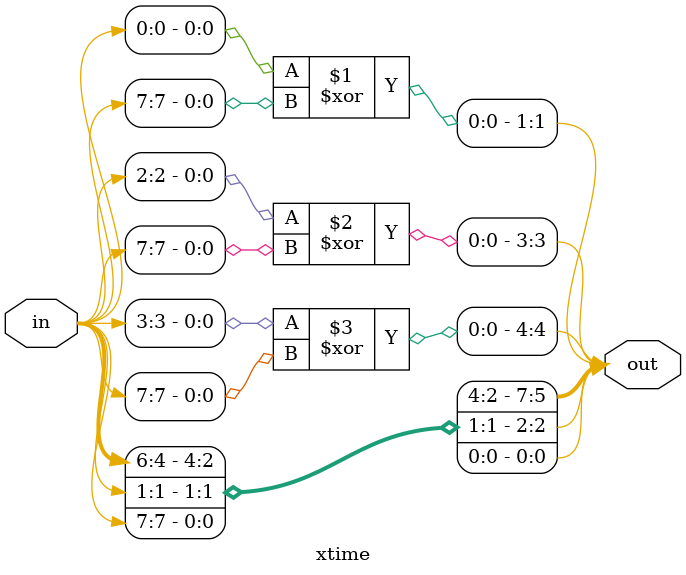
<source format=v>
`timescale 1ns / 1ps
module xtime(
    input [7:0] in,
    output [7:0] out
    );
   assign out[0] = in[7];
	assign out[1] = in[0] ^ in[7];
	assign out[2] = in[1];
	assign out[3] = in[2] ^ in[7];
	assign out[4] = in[3] ^ in[7];
	assign out[5] = in[4];
	assign out[6] = in[5];
	assign out[7] = in[6];

endmodule

</source>
